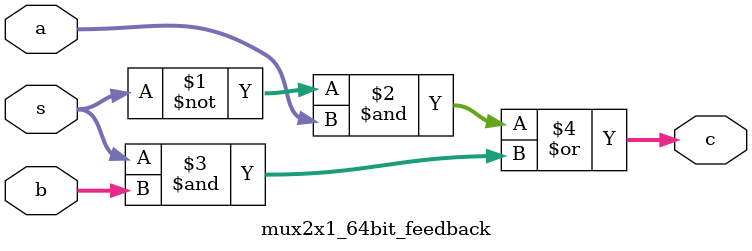
<source format=v>
`timescale 1ns / 1ps
module mux2x1_64bit_feedback(a,b,s,c);
	input [0:63]a,b,s;
	output [0:63]c;
	assign c = ~s & a | s & b;
	initial begin
		$monitor("time  = %d, a,b,s,c = %x,%x,%x,%x, (mux)",$time,a,b,s,c);
	end
endmodule

</source>
